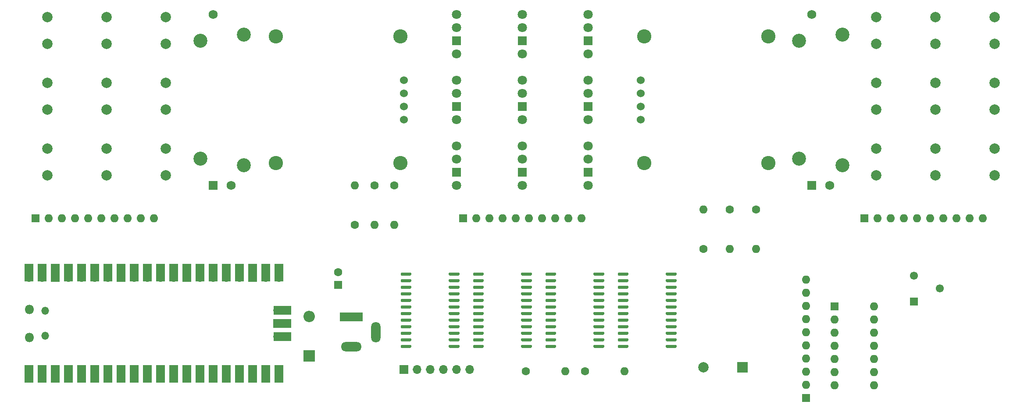
<source format=gbr>
%TF.GenerationSoftware,KiCad,Pcbnew,(5.1.10)-1*%
%TF.CreationDate,2021-07-09T12:12:20-04:00*%
%TF.ProjectId,RICM_pico,5249434d-5f70-4696-936f-2e6b69636164,rev?*%
%TF.SameCoordinates,Original*%
%TF.FileFunction,Soldermask,Top*%
%TF.FilePolarity,Negative*%
%FSLAX46Y46*%
G04 Gerber Fmt 4.6, Leading zero omitted, Abs format (unit mm)*
G04 Created by KiCad (PCBNEW (5.1.10)-1) date 2021-07-09 12:12:20*
%MOMM*%
%LPD*%
G01*
G04 APERTURE LIST*
%ADD10C,1.550000*%
%ADD11R,1.550000X1.550000*%
%ADD12C,1.600000*%
%ADD13R,1.600000X1.600000*%
%ADD14O,1.600000X1.600000*%
%ADD15R,2.000000X2.000000*%
%ADD16C,2.000000*%
%ADD17C,1.524000*%
%ADD18C,2.750000*%
%ADD19R,1.800000X1.800000*%
%ADD20C,1.800000*%
%ADD21R,1.700000X1.700000*%
%ADD22O,1.700000X1.700000*%
%ADD23R,1.700000X3.500000*%
%ADD24O,1.800000X1.800000*%
%ADD25O,1.500000X1.500000*%
%ADD26R,3.500000X1.700000*%
%ADD27R,1.750000X1.750000*%
%ADD28C,1.750000*%
%ADD29C,2.700000*%
%ADD30O,1.800000X4.000000*%
%ADD31O,4.000000X1.800000*%
%ADD32R,4.400000X1.800000*%
%ADD33R,2.200000X2.200000*%
%ADD34O,2.200000X2.200000*%
G04 APERTURE END LIST*
D10*
%TO.C,RV3*%
X235046000Y-110438000D03*
D11*
X230046000Y-112938000D03*
D10*
X230046000Y-107938000D03*
%TD*%
D12*
%TO.C,C1*%
X118886000Y-107263000D03*
D13*
X118886000Y-109763000D03*
%TD*%
D12*
%TO.C,R8*%
X122096000Y-98168000D03*
D14*
X122096000Y-90548000D03*
%TD*%
D13*
%TO.C,RN4*%
X143016000Y-96858000D03*
D14*
X145556000Y-96858000D03*
X148096000Y-96858000D03*
X150636000Y-96858000D03*
X153176000Y-96858000D03*
X155716000Y-96858000D03*
X158256000Y-96858000D03*
X160796000Y-96858000D03*
X163336000Y-96858000D03*
X165876000Y-96858000D03*
%TD*%
%TO.C,U5*%
G36*
G01*
X170281000Y-121473000D02*
X170281000Y-121773000D01*
G75*
G02*
X170131000Y-121923000I-150000J0D01*
G01*
X168381000Y-121923000D01*
G75*
G02*
X168231000Y-121773000I0J150000D01*
G01*
X168231000Y-121473000D01*
G75*
G02*
X168381000Y-121323000I150000J0D01*
G01*
X170131000Y-121323000D01*
G75*
G02*
X170281000Y-121473000I0J-150000D01*
G01*
G37*
G36*
G01*
X170281000Y-120203000D02*
X170281000Y-120503000D01*
G75*
G02*
X170131000Y-120653000I-150000J0D01*
G01*
X168381000Y-120653000D01*
G75*
G02*
X168231000Y-120503000I0J150000D01*
G01*
X168231000Y-120203000D01*
G75*
G02*
X168381000Y-120053000I150000J0D01*
G01*
X170131000Y-120053000D01*
G75*
G02*
X170281000Y-120203000I0J-150000D01*
G01*
G37*
G36*
G01*
X170281000Y-118933000D02*
X170281000Y-119233000D01*
G75*
G02*
X170131000Y-119383000I-150000J0D01*
G01*
X168381000Y-119383000D01*
G75*
G02*
X168231000Y-119233000I0J150000D01*
G01*
X168231000Y-118933000D01*
G75*
G02*
X168381000Y-118783000I150000J0D01*
G01*
X170131000Y-118783000D01*
G75*
G02*
X170281000Y-118933000I0J-150000D01*
G01*
G37*
G36*
G01*
X170281000Y-117663000D02*
X170281000Y-117963000D01*
G75*
G02*
X170131000Y-118113000I-150000J0D01*
G01*
X168381000Y-118113000D01*
G75*
G02*
X168231000Y-117963000I0J150000D01*
G01*
X168231000Y-117663000D01*
G75*
G02*
X168381000Y-117513000I150000J0D01*
G01*
X170131000Y-117513000D01*
G75*
G02*
X170281000Y-117663000I0J-150000D01*
G01*
G37*
G36*
G01*
X170281000Y-116393000D02*
X170281000Y-116693000D01*
G75*
G02*
X170131000Y-116843000I-150000J0D01*
G01*
X168381000Y-116843000D01*
G75*
G02*
X168231000Y-116693000I0J150000D01*
G01*
X168231000Y-116393000D01*
G75*
G02*
X168381000Y-116243000I150000J0D01*
G01*
X170131000Y-116243000D01*
G75*
G02*
X170281000Y-116393000I0J-150000D01*
G01*
G37*
G36*
G01*
X170281000Y-115123000D02*
X170281000Y-115423000D01*
G75*
G02*
X170131000Y-115573000I-150000J0D01*
G01*
X168381000Y-115573000D01*
G75*
G02*
X168231000Y-115423000I0J150000D01*
G01*
X168231000Y-115123000D01*
G75*
G02*
X168381000Y-114973000I150000J0D01*
G01*
X170131000Y-114973000D01*
G75*
G02*
X170281000Y-115123000I0J-150000D01*
G01*
G37*
G36*
G01*
X170281000Y-113853000D02*
X170281000Y-114153000D01*
G75*
G02*
X170131000Y-114303000I-150000J0D01*
G01*
X168381000Y-114303000D01*
G75*
G02*
X168231000Y-114153000I0J150000D01*
G01*
X168231000Y-113853000D01*
G75*
G02*
X168381000Y-113703000I150000J0D01*
G01*
X170131000Y-113703000D01*
G75*
G02*
X170281000Y-113853000I0J-150000D01*
G01*
G37*
G36*
G01*
X170281000Y-112583000D02*
X170281000Y-112883000D01*
G75*
G02*
X170131000Y-113033000I-150000J0D01*
G01*
X168381000Y-113033000D01*
G75*
G02*
X168231000Y-112883000I0J150000D01*
G01*
X168231000Y-112583000D01*
G75*
G02*
X168381000Y-112433000I150000J0D01*
G01*
X170131000Y-112433000D01*
G75*
G02*
X170281000Y-112583000I0J-150000D01*
G01*
G37*
G36*
G01*
X170281000Y-111313000D02*
X170281000Y-111613000D01*
G75*
G02*
X170131000Y-111763000I-150000J0D01*
G01*
X168381000Y-111763000D01*
G75*
G02*
X168231000Y-111613000I0J150000D01*
G01*
X168231000Y-111313000D01*
G75*
G02*
X168381000Y-111163000I150000J0D01*
G01*
X170131000Y-111163000D01*
G75*
G02*
X170281000Y-111313000I0J-150000D01*
G01*
G37*
G36*
G01*
X170281000Y-110043000D02*
X170281000Y-110343000D01*
G75*
G02*
X170131000Y-110493000I-150000J0D01*
G01*
X168381000Y-110493000D01*
G75*
G02*
X168231000Y-110343000I0J150000D01*
G01*
X168231000Y-110043000D01*
G75*
G02*
X168381000Y-109893000I150000J0D01*
G01*
X170131000Y-109893000D01*
G75*
G02*
X170281000Y-110043000I0J-150000D01*
G01*
G37*
G36*
G01*
X170281000Y-108773000D02*
X170281000Y-109073000D01*
G75*
G02*
X170131000Y-109223000I-150000J0D01*
G01*
X168381000Y-109223000D01*
G75*
G02*
X168231000Y-109073000I0J150000D01*
G01*
X168231000Y-108773000D01*
G75*
G02*
X168381000Y-108623000I150000J0D01*
G01*
X170131000Y-108623000D01*
G75*
G02*
X170281000Y-108773000I0J-150000D01*
G01*
G37*
G36*
G01*
X170281000Y-107503000D02*
X170281000Y-107803000D01*
G75*
G02*
X170131000Y-107953000I-150000J0D01*
G01*
X168381000Y-107953000D01*
G75*
G02*
X168231000Y-107803000I0J150000D01*
G01*
X168231000Y-107503000D01*
G75*
G02*
X168381000Y-107353000I150000J0D01*
G01*
X170131000Y-107353000D01*
G75*
G02*
X170281000Y-107503000I0J-150000D01*
G01*
G37*
G36*
G01*
X160981000Y-107503000D02*
X160981000Y-107803000D01*
G75*
G02*
X160831000Y-107953000I-150000J0D01*
G01*
X159081000Y-107953000D01*
G75*
G02*
X158931000Y-107803000I0J150000D01*
G01*
X158931000Y-107503000D01*
G75*
G02*
X159081000Y-107353000I150000J0D01*
G01*
X160831000Y-107353000D01*
G75*
G02*
X160981000Y-107503000I0J-150000D01*
G01*
G37*
G36*
G01*
X160981000Y-108773000D02*
X160981000Y-109073000D01*
G75*
G02*
X160831000Y-109223000I-150000J0D01*
G01*
X159081000Y-109223000D01*
G75*
G02*
X158931000Y-109073000I0J150000D01*
G01*
X158931000Y-108773000D01*
G75*
G02*
X159081000Y-108623000I150000J0D01*
G01*
X160831000Y-108623000D01*
G75*
G02*
X160981000Y-108773000I0J-150000D01*
G01*
G37*
G36*
G01*
X160981000Y-110043000D02*
X160981000Y-110343000D01*
G75*
G02*
X160831000Y-110493000I-150000J0D01*
G01*
X159081000Y-110493000D01*
G75*
G02*
X158931000Y-110343000I0J150000D01*
G01*
X158931000Y-110043000D01*
G75*
G02*
X159081000Y-109893000I150000J0D01*
G01*
X160831000Y-109893000D01*
G75*
G02*
X160981000Y-110043000I0J-150000D01*
G01*
G37*
G36*
G01*
X160981000Y-111313000D02*
X160981000Y-111613000D01*
G75*
G02*
X160831000Y-111763000I-150000J0D01*
G01*
X159081000Y-111763000D01*
G75*
G02*
X158931000Y-111613000I0J150000D01*
G01*
X158931000Y-111313000D01*
G75*
G02*
X159081000Y-111163000I150000J0D01*
G01*
X160831000Y-111163000D01*
G75*
G02*
X160981000Y-111313000I0J-150000D01*
G01*
G37*
G36*
G01*
X160981000Y-112583000D02*
X160981000Y-112883000D01*
G75*
G02*
X160831000Y-113033000I-150000J0D01*
G01*
X159081000Y-113033000D01*
G75*
G02*
X158931000Y-112883000I0J150000D01*
G01*
X158931000Y-112583000D01*
G75*
G02*
X159081000Y-112433000I150000J0D01*
G01*
X160831000Y-112433000D01*
G75*
G02*
X160981000Y-112583000I0J-150000D01*
G01*
G37*
G36*
G01*
X160981000Y-113853000D02*
X160981000Y-114153000D01*
G75*
G02*
X160831000Y-114303000I-150000J0D01*
G01*
X159081000Y-114303000D01*
G75*
G02*
X158931000Y-114153000I0J150000D01*
G01*
X158931000Y-113853000D01*
G75*
G02*
X159081000Y-113703000I150000J0D01*
G01*
X160831000Y-113703000D01*
G75*
G02*
X160981000Y-113853000I0J-150000D01*
G01*
G37*
G36*
G01*
X160981000Y-115123000D02*
X160981000Y-115423000D01*
G75*
G02*
X160831000Y-115573000I-150000J0D01*
G01*
X159081000Y-115573000D01*
G75*
G02*
X158931000Y-115423000I0J150000D01*
G01*
X158931000Y-115123000D01*
G75*
G02*
X159081000Y-114973000I150000J0D01*
G01*
X160831000Y-114973000D01*
G75*
G02*
X160981000Y-115123000I0J-150000D01*
G01*
G37*
G36*
G01*
X160981000Y-116393000D02*
X160981000Y-116693000D01*
G75*
G02*
X160831000Y-116843000I-150000J0D01*
G01*
X159081000Y-116843000D01*
G75*
G02*
X158931000Y-116693000I0J150000D01*
G01*
X158931000Y-116393000D01*
G75*
G02*
X159081000Y-116243000I150000J0D01*
G01*
X160831000Y-116243000D01*
G75*
G02*
X160981000Y-116393000I0J-150000D01*
G01*
G37*
G36*
G01*
X160981000Y-117663000D02*
X160981000Y-117963000D01*
G75*
G02*
X160831000Y-118113000I-150000J0D01*
G01*
X159081000Y-118113000D01*
G75*
G02*
X158931000Y-117963000I0J150000D01*
G01*
X158931000Y-117663000D01*
G75*
G02*
X159081000Y-117513000I150000J0D01*
G01*
X160831000Y-117513000D01*
G75*
G02*
X160981000Y-117663000I0J-150000D01*
G01*
G37*
G36*
G01*
X160981000Y-118933000D02*
X160981000Y-119233000D01*
G75*
G02*
X160831000Y-119383000I-150000J0D01*
G01*
X159081000Y-119383000D01*
G75*
G02*
X158931000Y-119233000I0J150000D01*
G01*
X158931000Y-118933000D01*
G75*
G02*
X159081000Y-118783000I150000J0D01*
G01*
X160831000Y-118783000D01*
G75*
G02*
X160981000Y-118933000I0J-150000D01*
G01*
G37*
G36*
G01*
X160981000Y-120203000D02*
X160981000Y-120503000D01*
G75*
G02*
X160831000Y-120653000I-150000J0D01*
G01*
X159081000Y-120653000D01*
G75*
G02*
X158931000Y-120503000I0J150000D01*
G01*
X158931000Y-120203000D01*
G75*
G02*
X159081000Y-120053000I150000J0D01*
G01*
X160831000Y-120053000D01*
G75*
G02*
X160981000Y-120203000I0J-150000D01*
G01*
G37*
G36*
G01*
X160981000Y-121473000D02*
X160981000Y-121773000D01*
G75*
G02*
X160831000Y-121923000I-150000J0D01*
G01*
X159081000Y-121923000D01*
G75*
G02*
X158931000Y-121773000I0J150000D01*
G01*
X158931000Y-121473000D01*
G75*
G02*
X159081000Y-121323000I150000J0D01*
G01*
X160831000Y-121323000D01*
G75*
G02*
X160981000Y-121473000I0J-150000D01*
G01*
G37*
%TD*%
%TO.C,U4*%
G36*
G01*
X156311000Y-121473000D02*
X156311000Y-121773000D01*
G75*
G02*
X156161000Y-121923000I-150000J0D01*
G01*
X154411000Y-121923000D01*
G75*
G02*
X154261000Y-121773000I0J150000D01*
G01*
X154261000Y-121473000D01*
G75*
G02*
X154411000Y-121323000I150000J0D01*
G01*
X156161000Y-121323000D01*
G75*
G02*
X156311000Y-121473000I0J-150000D01*
G01*
G37*
G36*
G01*
X156311000Y-120203000D02*
X156311000Y-120503000D01*
G75*
G02*
X156161000Y-120653000I-150000J0D01*
G01*
X154411000Y-120653000D01*
G75*
G02*
X154261000Y-120503000I0J150000D01*
G01*
X154261000Y-120203000D01*
G75*
G02*
X154411000Y-120053000I150000J0D01*
G01*
X156161000Y-120053000D01*
G75*
G02*
X156311000Y-120203000I0J-150000D01*
G01*
G37*
G36*
G01*
X156311000Y-118933000D02*
X156311000Y-119233000D01*
G75*
G02*
X156161000Y-119383000I-150000J0D01*
G01*
X154411000Y-119383000D01*
G75*
G02*
X154261000Y-119233000I0J150000D01*
G01*
X154261000Y-118933000D01*
G75*
G02*
X154411000Y-118783000I150000J0D01*
G01*
X156161000Y-118783000D01*
G75*
G02*
X156311000Y-118933000I0J-150000D01*
G01*
G37*
G36*
G01*
X156311000Y-117663000D02*
X156311000Y-117963000D01*
G75*
G02*
X156161000Y-118113000I-150000J0D01*
G01*
X154411000Y-118113000D01*
G75*
G02*
X154261000Y-117963000I0J150000D01*
G01*
X154261000Y-117663000D01*
G75*
G02*
X154411000Y-117513000I150000J0D01*
G01*
X156161000Y-117513000D01*
G75*
G02*
X156311000Y-117663000I0J-150000D01*
G01*
G37*
G36*
G01*
X156311000Y-116393000D02*
X156311000Y-116693000D01*
G75*
G02*
X156161000Y-116843000I-150000J0D01*
G01*
X154411000Y-116843000D01*
G75*
G02*
X154261000Y-116693000I0J150000D01*
G01*
X154261000Y-116393000D01*
G75*
G02*
X154411000Y-116243000I150000J0D01*
G01*
X156161000Y-116243000D01*
G75*
G02*
X156311000Y-116393000I0J-150000D01*
G01*
G37*
G36*
G01*
X156311000Y-115123000D02*
X156311000Y-115423000D01*
G75*
G02*
X156161000Y-115573000I-150000J0D01*
G01*
X154411000Y-115573000D01*
G75*
G02*
X154261000Y-115423000I0J150000D01*
G01*
X154261000Y-115123000D01*
G75*
G02*
X154411000Y-114973000I150000J0D01*
G01*
X156161000Y-114973000D01*
G75*
G02*
X156311000Y-115123000I0J-150000D01*
G01*
G37*
G36*
G01*
X156311000Y-113853000D02*
X156311000Y-114153000D01*
G75*
G02*
X156161000Y-114303000I-150000J0D01*
G01*
X154411000Y-114303000D01*
G75*
G02*
X154261000Y-114153000I0J150000D01*
G01*
X154261000Y-113853000D01*
G75*
G02*
X154411000Y-113703000I150000J0D01*
G01*
X156161000Y-113703000D01*
G75*
G02*
X156311000Y-113853000I0J-150000D01*
G01*
G37*
G36*
G01*
X156311000Y-112583000D02*
X156311000Y-112883000D01*
G75*
G02*
X156161000Y-113033000I-150000J0D01*
G01*
X154411000Y-113033000D01*
G75*
G02*
X154261000Y-112883000I0J150000D01*
G01*
X154261000Y-112583000D01*
G75*
G02*
X154411000Y-112433000I150000J0D01*
G01*
X156161000Y-112433000D01*
G75*
G02*
X156311000Y-112583000I0J-150000D01*
G01*
G37*
G36*
G01*
X156311000Y-111313000D02*
X156311000Y-111613000D01*
G75*
G02*
X156161000Y-111763000I-150000J0D01*
G01*
X154411000Y-111763000D01*
G75*
G02*
X154261000Y-111613000I0J150000D01*
G01*
X154261000Y-111313000D01*
G75*
G02*
X154411000Y-111163000I150000J0D01*
G01*
X156161000Y-111163000D01*
G75*
G02*
X156311000Y-111313000I0J-150000D01*
G01*
G37*
G36*
G01*
X156311000Y-110043000D02*
X156311000Y-110343000D01*
G75*
G02*
X156161000Y-110493000I-150000J0D01*
G01*
X154411000Y-110493000D01*
G75*
G02*
X154261000Y-110343000I0J150000D01*
G01*
X154261000Y-110043000D01*
G75*
G02*
X154411000Y-109893000I150000J0D01*
G01*
X156161000Y-109893000D01*
G75*
G02*
X156311000Y-110043000I0J-150000D01*
G01*
G37*
G36*
G01*
X156311000Y-108773000D02*
X156311000Y-109073000D01*
G75*
G02*
X156161000Y-109223000I-150000J0D01*
G01*
X154411000Y-109223000D01*
G75*
G02*
X154261000Y-109073000I0J150000D01*
G01*
X154261000Y-108773000D01*
G75*
G02*
X154411000Y-108623000I150000J0D01*
G01*
X156161000Y-108623000D01*
G75*
G02*
X156311000Y-108773000I0J-150000D01*
G01*
G37*
G36*
G01*
X156311000Y-107503000D02*
X156311000Y-107803000D01*
G75*
G02*
X156161000Y-107953000I-150000J0D01*
G01*
X154411000Y-107953000D01*
G75*
G02*
X154261000Y-107803000I0J150000D01*
G01*
X154261000Y-107503000D01*
G75*
G02*
X154411000Y-107353000I150000J0D01*
G01*
X156161000Y-107353000D01*
G75*
G02*
X156311000Y-107503000I0J-150000D01*
G01*
G37*
G36*
G01*
X147011000Y-107503000D02*
X147011000Y-107803000D01*
G75*
G02*
X146861000Y-107953000I-150000J0D01*
G01*
X145111000Y-107953000D01*
G75*
G02*
X144961000Y-107803000I0J150000D01*
G01*
X144961000Y-107503000D01*
G75*
G02*
X145111000Y-107353000I150000J0D01*
G01*
X146861000Y-107353000D01*
G75*
G02*
X147011000Y-107503000I0J-150000D01*
G01*
G37*
G36*
G01*
X147011000Y-108773000D02*
X147011000Y-109073000D01*
G75*
G02*
X146861000Y-109223000I-150000J0D01*
G01*
X145111000Y-109223000D01*
G75*
G02*
X144961000Y-109073000I0J150000D01*
G01*
X144961000Y-108773000D01*
G75*
G02*
X145111000Y-108623000I150000J0D01*
G01*
X146861000Y-108623000D01*
G75*
G02*
X147011000Y-108773000I0J-150000D01*
G01*
G37*
G36*
G01*
X147011000Y-110043000D02*
X147011000Y-110343000D01*
G75*
G02*
X146861000Y-110493000I-150000J0D01*
G01*
X145111000Y-110493000D01*
G75*
G02*
X144961000Y-110343000I0J150000D01*
G01*
X144961000Y-110043000D01*
G75*
G02*
X145111000Y-109893000I150000J0D01*
G01*
X146861000Y-109893000D01*
G75*
G02*
X147011000Y-110043000I0J-150000D01*
G01*
G37*
G36*
G01*
X147011000Y-111313000D02*
X147011000Y-111613000D01*
G75*
G02*
X146861000Y-111763000I-150000J0D01*
G01*
X145111000Y-111763000D01*
G75*
G02*
X144961000Y-111613000I0J150000D01*
G01*
X144961000Y-111313000D01*
G75*
G02*
X145111000Y-111163000I150000J0D01*
G01*
X146861000Y-111163000D01*
G75*
G02*
X147011000Y-111313000I0J-150000D01*
G01*
G37*
G36*
G01*
X147011000Y-112583000D02*
X147011000Y-112883000D01*
G75*
G02*
X146861000Y-113033000I-150000J0D01*
G01*
X145111000Y-113033000D01*
G75*
G02*
X144961000Y-112883000I0J150000D01*
G01*
X144961000Y-112583000D01*
G75*
G02*
X145111000Y-112433000I150000J0D01*
G01*
X146861000Y-112433000D01*
G75*
G02*
X147011000Y-112583000I0J-150000D01*
G01*
G37*
G36*
G01*
X147011000Y-113853000D02*
X147011000Y-114153000D01*
G75*
G02*
X146861000Y-114303000I-150000J0D01*
G01*
X145111000Y-114303000D01*
G75*
G02*
X144961000Y-114153000I0J150000D01*
G01*
X144961000Y-113853000D01*
G75*
G02*
X145111000Y-113703000I150000J0D01*
G01*
X146861000Y-113703000D01*
G75*
G02*
X147011000Y-113853000I0J-150000D01*
G01*
G37*
G36*
G01*
X147011000Y-115123000D02*
X147011000Y-115423000D01*
G75*
G02*
X146861000Y-115573000I-150000J0D01*
G01*
X145111000Y-115573000D01*
G75*
G02*
X144961000Y-115423000I0J150000D01*
G01*
X144961000Y-115123000D01*
G75*
G02*
X145111000Y-114973000I150000J0D01*
G01*
X146861000Y-114973000D01*
G75*
G02*
X147011000Y-115123000I0J-150000D01*
G01*
G37*
G36*
G01*
X147011000Y-116393000D02*
X147011000Y-116693000D01*
G75*
G02*
X146861000Y-116843000I-150000J0D01*
G01*
X145111000Y-116843000D01*
G75*
G02*
X144961000Y-116693000I0J150000D01*
G01*
X144961000Y-116393000D01*
G75*
G02*
X145111000Y-116243000I150000J0D01*
G01*
X146861000Y-116243000D01*
G75*
G02*
X147011000Y-116393000I0J-150000D01*
G01*
G37*
G36*
G01*
X147011000Y-117663000D02*
X147011000Y-117963000D01*
G75*
G02*
X146861000Y-118113000I-150000J0D01*
G01*
X145111000Y-118113000D01*
G75*
G02*
X144961000Y-117963000I0J150000D01*
G01*
X144961000Y-117663000D01*
G75*
G02*
X145111000Y-117513000I150000J0D01*
G01*
X146861000Y-117513000D01*
G75*
G02*
X147011000Y-117663000I0J-150000D01*
G01*
G37*
G36*
G01*
X147011000Y-118933000D02*
X147011000Y-119233000D01*
G75*
G02*
X146861000Y-119383000I-150000J0D01*
G01*
X145111000Y-119383000D01*
G75*
G02*
X144961000Y-119233000I0J150000D01*
G01*
X144961000Y-118933000D01*
G75*
G02*
X145111000Y-118783000I150000J0D01*
G01*
X146861000Y-118783000D01*
G75*
G02*
X147011000Y-118933000I0J-150000D01*
G01*
G37*
G36*
G01*
X147011000Y-120203000D02*
X147011000Y-120503000D01*
G75*
G02*
X146861000Y-120653000I-150000J0D01*
G01*
X145111000Y-120653000D01*
G75*
G02*
X144961000Y-120503000I0J150000D01*
G01*
X144961000Y-120203000D01*
G75*
G02*
X145111000Y-120053000I150000J0D01*
G01*
X146861000Y-120053000D01*
G75*
G02*
X147011000Y-120203000I0J-150000D01*
G01*
G37*
G36*
G01*
X147011000Y-121473000D02*
X147011000Y-121773000D01*
G75*
G02*
X146861000Y-121923000I-150000J0D01*
G01*
X145111000Y-121923000D01*
G75*
G02*
X144961000Y-121773000I0J150000D01*
G01*
X144961000Y-121473000D01*
G75*
G02*
X145111000Y-121323000I150000J0D01*
G01*
X146861000Y-121323000D01*
G75*
G02*
X147011000Y-121473000I0J-150000D01*
G01*
G37*
%TD*%
D15*
%TO.C,LS1*%
X197006000Y-125638000D03*
D16*
X189406000Y-125638000D03*
%TD*%
D17*
%TO.C,DS2*%
X177306000Y-77808000D03*
X177306000Y-75268000D03*
X177306000Y-72728000D03*
X177306000Y-70188000D03*
D18*
X177976000Y-61748000D03*
X177976000Y-86248000D03*
X201976000Y-86248000D03*
X201976000Y-61748000D03*
%TD*%
D17*
%TO.C,DS1*%
X131586000Y-70188000D03*
X131586000Y-72728000D03*
X131586000Y-75268000D03*
X131586000Y-77808000D03*
D18*
X130916000Y-86248000D03*
X130916000Y-61748000D03*
X106916000Y-61748000D03*
X106916000Y-86248000D03*
%TD*%
D12*
%TO.C,R7*%
X189406000Y-102778000D03*
D14*
X189406000Y-95158000D03*
%TD*%
D12*
%TO.C,R6*%
X199566000Y-95158000D03*
D14*
X199566000Y-102778000D03*
%TD*%
D12*
%TO.C,R5*%
X194486000Y-95158000D03*
D14*
X194486000Y-102778000D03*
%TD*%
D12*
%TO.C,R4*%
X125906000Y-90548000D03*
D14*
X125906000Y-98168000D03*
%TD*%
D12*
%TO.C,R3*%
X129716000Y-90548000D03*
D14*
X129716000Y-98168000D03*
%TD*%
D19*
%TO.C,D10*%
X167146000Y-62568000D03*
D20*
X167146000Y-60028000D03*
X167146000Y-57488000D03*
X167146000Y-65108000D03*
%TD*%
D19*
%TO.C,D9*%
X167146000Y-75268000D03*
D20*
X167146000Y-72728000D03*
X167146000Y-70188000D03*
X167146000Y-77808000D03*
%TD*%
D19*
%TO.C,D8*%
X167146000Y-87968000D03*
D20*
X167146000Y-85428000D03*
X167146000Y-82888000D03*
X167146000Y-90508000D03*
%TD*%
D19*
%TO.C,D7*%
X154446000Y-62568000D03*
D20*
X154446000Y-60028000D03*
X154446000Y-57488000D03*
X154446000Y-65108000D03*
%TD*%
D19*
%TO.C,D6*%
X154446000Y-75268000D03*
D20*
X154446000Y-72728000D03*
X154446000Y-70188000D03*
X154446000Y-77808000D03*
%TD*%
D19*
%TO.C,D5*%
X154446000Y-87968000D03*
D20*
X154446000Y-85428000D03*
X154446000Y-82888000D03*
X154446000Y-90508000D03*
%TD*%
D19*
%TO.C,D4*%
X141746000Y-62568000D03*
D20*
X141746000Y-60028000D03*
X141746000Y-57488000D03*
X141746000Y-65108000D03*
%TD*%
D19*
%TO.C,D3*%
X141746000Y-75268000D03*
D20*
X141746000Y-72728000D03*
X141746000Y-70188000D03*
X141746000Y-77808000D03*
%TD*%
D19*
%TO.C,D2*%
X141746000Y-87968000D03*
D20*
X141746000Y-85428000D03*
X141746000Y-82888000D03*
X141746000Y-90508000D03*
%TD*%
D12*
%TO.C,R2*%
X166566000Y-126468000D03*
D14*
X174186000Y-126468000D03*
%TD*%
D21*
%TO.C,J2*%
X131586000Y-126068000D03*
D22*
X134126000Y-126068000D03*
X136666000Y-126068000D03*
X139206000Y-126068000D03*
X141746000Y-126068000D03*
X144286000Y-126068000D03*
%TD*%
%TO.C,U3*%
G36*
G01*
X142341000Y-121473000D02*
X142341000Y-121773000D01*
G75*
G02*
X142191000Y-121923000I-150000J0D01*
G01*
X140441000Y-121923000D01*
G75*
G02*
X140291000Y-121773000I0J150000D01*
G01*
X140291000Y-121473000D01*
G75*
G02*
X140441000Y-121323000I150000J0D01*
G01*
X142191000Y-121323000D01*
G75*
G02*
X142341000Y-121473000I0J-150000D01*
G01*
G37*
G36*
G01*
X142341000Y-120203000D02*
X142341000Y-120503000D01*
G75*
G02*
X142191000Y-120653000I-150000J0D01*
G01*
X140441000Y-120653000D01*
G75*
G02*
X140291000Y-120503000I0J150000D01*
G01*
X140291000Y-120203000D01*
G75*
G02*
X140441000Y-120053000I150000J0D01*
G01*
X142191000Y-120053000D01*
G75*
G02*
X142341000Y-120203000I0J-150000D01*
G01*
G37*
G36*
G01*
X142341000Y-118933000D02*
X142341000Y-119233000D01*
G75*
G02*
X142191000Y-119383000I-150000J0D01*
G01*
X140441000Y-119383000D01*
G75*
G02*
X140291000Y-119233000I0J150000D01*
G01*
X140291000Y-118933000D01*
G75*
G02*
X140441000Y-118783000I150000J0D01*
G01*
X142191000Y-118783000D01*
G75*
G02*
X142341000Y-118933000I0J-150000D01*
G01*
G37*
G36*
G01*
X142341000Y-117663000D02*
X142341000Y-117963000D01*
G75*
G02*
X142191000Y-118113000I-150000J0D01*
G01*
X140441000Y-118113000D01*
G75*
G02*
X140291000Y-117963000I0J150000D01*
G01*
X140291000Y-117663000D01*
G75*
G02*
X140441000Y-117513000I150000J0D01*
G01*
X142191000Y-117513000D01*
G75*
G02*
X142341000Y-117663000I0J-150000D01*
G01*
G37*
G36*
G01*
X142341000Y-116393000D02*
X142341000Y-116693000D01*
G75*
G02*
X142191000Y-116843000I-150000J0D01*
G01*
X140441000Y-116843000D01*
G75*
G02*
X140291000Y-116693000I0J150000D01*
G01*
X140291000Y-116393000D01*
G75*
G02*
X140441000Y-116243000I150000J0D01*
G01*
X142191000Y-116243000D01*
G75*
G02*
X142341000Y-116393000I0J-150000D01*
G01*
G37*
G36*
G01*
X142341000Y-115123000D02*
X142341000Y-115423000D01*
G75*
G02*
X142191000Y-115573000I-150000J0D01*
G01*
X140441000Y-115573000D01*
G75*
G02*
X140291000Y-115423000I0J150000D01*
G01*
X140291000Y-115123000D01*
G75*
G02*
X140441000Y-114973000I150000J0D01*
G01*
X142191000Y-114973000D01*
G75*
G02*
X142341000Y-115123000I0J-150000D01*
G01*
G37*
G36*
G01*
X142341000Y-113853000D02*
X142341000Y-114153000D01*
G75*
G02*
X142191000Y-114303000I-150000J0D01*
G01*
X140441000Y-114303000D01*
G75*
G02*
X140291000Y-114153000I0J150000D01*
G01*
X140291000Y-113853000D01*
G75*
G02*
X140441000Y-113703000I150000J0D01*
G01*
X142191000Y-113703000D01*
G75*
G02*
X142341000Y-113853000I0J-150000D01*
G01*
G37*
G36*
G01*
X142341000Y-112583000D02*
X142341000Y-112883000D01*
G75*
G02*
X142191000Y-113033000I-150000J0D01*
G01*
X140441000Y-113033000D01*
G75*
G02*
X140291000Y-112883000I0J150000D01*
G01*
X140291000Y-112583000D01*
G75*
G02*
X140441000Y-112433000I150000J0D01*
G01*
X142191000Y-112433000D01*
G75*
G02*
X142341000Y-112583000I0J-150000D01*
G01*
G37*
G36*
G01*
X142341000Y-111313000D02*
X142341000Y-111613000D01*
G75*
G02*
X142191000Y-111763000I-150000J0D01*
G01*
X140441000Y-111763000D01*
G75*
G02*
X140291000Y-111613000I0J150000D01*
G01*
X140291000Y-111313000D01*
G75*
G02*
X140441000Y-111163000I150000J0D01*
G01*
X142191000Y-111163000D01*
G75*
G02*
X142341000Y-111313000I0J-150000D01*
G01*
G37*
G36*
G01*
X142341000Y-110043000D02*
X142341000Y-110343000D01*
G75*
G02*
X142191000Y-110493000I-150000J0D01*
G01*
X140441000Y-110493000D01*
G75*
G02*
X140291000Y-110343000I0J150000D01*
G01*
X140291000Y-110043000D01*
G75*
G02*
X140441000Y-109893000I150000J0D01*
G01*
X142191000Y-109893000D01*
G75*
G02*
X142341000Y-110043000I0J-150000D01*
G01*
G37*
G36*
G01*
X142341000Y-108773000D02*
X142341000Y-109073000D01*
G75*
G02*
X142191000Y-109223000I-150000J0D01*
G01*
X140441000Y-109223000D01*
G75*
G02*
X140291000Y-109073000I0J150000D01*
G01*
X140291000Y-108773000D01*
G75*
G02*
X140441000Y-108623000I150000J0D01*
G01*
X142191000Y-108623000D01*
G75*
G02*
X142341000Y-108773000I0J-150000D01*
G01*
G37*
G36*
G01*
X142341000Y-107503000D02*
X142341000Y-107803000D01*
G75*
G02*
X142191000Y-107953000I-150000J0D01*
G01*
X140441000Y-107953000D01*
G75*
G02*
X140291000Y-107803000I0J150000D01*
G01*
X140291000Y-107503000D01*
G75*
G02*
X140441000Y-107353000I150000J0D01*
G01*
X142191000Y-107353000D01*
G75*
G02*
X142341000Y-107503000I0J-150000D01*
G01*
G37*
G36*
G01*
X133041000Y-107503000D02*
X133041000Y-107803000D01*
G75*
G02*
X132891000Y-107953000I-150000J0D01*
G01*
X131141000Y-107953000D01*
G75*
G02*
X130991000Y-107803000I0J150000D01*
G01*
X130991000Y-107503000D01*
G75*
G02*
X131141000Y-107353000I150000J0D01*
G01*
X132891000Y-107353000D01*
G75*
G02*
X133041000Y-107503000I0J-150000D01*
G01*
G37*
G36*
G01*
X133041000Y-108773000D02*
X133041000Y-109073000D01*
G75*
G02*
X132891000Y-109223000I-150000J0D01*
G01*
X131141000Y-109223000D01*
G75*
G02*
X130991000Y-109073000I0J150000D01*
G01*
X130991000Y-108773000D01*
G75*
G02*
X131141000Y-108623000I150000J0D01*
G01*
X132891000Y-108623000D01*
G75*
G02*
X133041000Y-108773000I0J-150000D01*
G01*
G37*
G36*
G01*
X133041000Y-110043000D02*
X133041000Y-110343000D01*
G75*
G02*
X132891000Y-110493000I-150000J0D01*
G01*
X131141000Y-110493000D01*
G75*
G02*
X130991000Y-110343000I0J150000D01*
G01*
X130991000Y-110043000D01*
G75*
G02*
X131141000Y-109893000I150000J0D01*
G01*
X132891000Y-109893000D01*
G75*
G02*
X133041000Y-110043000I0J-150000D01*
G01*
G37*
G36*
G01*
X133041000Y-111313000D02*
X133041000Y-111613000D01*
G75*
G02*
X132891000Y-111763000I-150000J0D01*
G01*
X131141000Y-111763000D01*
G75*
G02*
X130991000Y-111613000I0J150000D01*
G01*
X130991000Y-111313000D01*
G75*
G02*
X131141000Y-111163000I150000J0D01*
G01*
X132891000Y-111163000D01*
G75*
G02*
X133041000Y-111313000I0J-150000D01*
G01*
G37*
G36*
G01*
X133041000Y-112583000D02*
X133041000Y-112883000D01*
G75*
G02*
X132891000Y-113033000I-150000J0D01*
G01*
X131141000Y-113033000D01*
G75*
G02*
X130991000Y-112883000I0J150000D01*
G01*
X130991000Y-112583000D01*
G75*
G02*
X131141000Y-112433000I150000J0D01*
G01*
X132891000Y-112433000D01*
G75*
G02*
X133041000Y-112583000I0J-150000D01*
G01*
G37*
G36*
G01*
X133041000Y-113853000D02*
X133041000Y-114153000D01*
G75*
G02*
X132891000Y-114303000I-150000J0D01*
G01*
X131141000Y-114303000D01*
G75*
G02*
X130991000Y-114153000I0J150000D01*
G01*
X130991000Y-113853000D01*
G75*
G02*
X131141000Y-113703000I150000J0D01*
G01*
X132891000Y-113703000D01*
G75*
G02*
X133041000Y-113853000I0J-150000D01*
G01*
G37*
G36*
G01*
X133041000Y-115123000D02*
X133041000Y-115423000D01*
G75*
G02*
X132891000Y-115573000I-150000J0D01*
G01*
X131141000Y-115573000D01*
G75*
G02*
X130991000Y-115423000I0J150000D01*
G01*
X130991000Y-115123000D01*
G75*
G02*
X131141000Y-114973000I150000J0D01*
G01*
X132891000Y-114973000D01*
G75*
G02*
X133041000Y-115123000I0J-150000D01*
G01*
G37*
G36*
G01*
X133041000Y-116393000D02*
X133041000Y-116693000D01*
G75*
G02*
X132891000Y-116843000I-150000J0D01*
G01*
X131141000Y-116843000D01*
G75*
G02*
X130991000Y-116693000I0J150000D01*
G01*
X130991000Y-116393000D01*
G75*
G02*
X131141000Y-116243000I150000J0D01*
G01*
X132891000Y-116243000D01*
G75*
G02*
X133041000Y-116393000I0J-150000D01*
G01*
G37*
G36*
G01*
X133041000Y-117663000D02*
X133041000Y-117963000D01*
G75*
G02*
X132891000Y-118113000I-150000J0D01*
G01*
X131141000Y-118113000D01*
G75*
G02*
X130991000Y-117963000I0J150000D01*
G01*
X130991000Y-117663000D01*
G75*
G02*
X131141000Y-117513000I150000J0D01*
G01*
X132891000Y-117513000D01*
G75*
G02*
X133041000Y-117663000I0J-150000D01*
G01*
G37*
G36*
G01*
X133041000Y-118933000D02*
X133041000Y-119233000D01*
G75*
G02*
X132891000Y-119383000I-150000J0D01*
G01*
X131141000Y-119383000D01*
G75*
G02*
X130991000Y-119233000I0J150000D01*
G01*
X130991000Y-118933000D01*
G75*
G02*
X131141000Y-118783000I150000J0D01*
G01*
X132891000Y-118783000D01*
G75*
G02*
X133041000Y-118933000I0J-150000D01*
G01*
G37*
G36*
G01*
X133041000Y-120203000D02*
X133041000Y-120503000D01*
G75*
G02*
X132891000Y-120653000I-150000J0D01*
G01*
X131141000Y-120653000D01*
G75*
G02*
X130991000Y-120503000I0J150000D01*
G01*
X130991000Y-120203000D01*
G75*
G02*
X131141000Y-120053000I150000J0D01*
G01*
X132891000Y-120053000D01*
G75*
G02*
X133041000Y-120203000I0J-150000D01*
G01*
G37*
G36*
G01*
X133041000Y-121473000D02*
X133041000Y-121773000D01*
G75*
G02*
X132891000Y-121923000I-150000J0D01*
G01*
X131141000Y-121923000D01*
G75*
G02*
X130991000Y-121773000I0J150000D01*
G01*
X130991000Y-121473000D01*
G75*
G02*
X131141000Y-121323000I150000J0D01*
G01*
X132891000Y-121323000D01*
G75*
G02*
X133041000Y-121473000I0J-150000D01*
G01*
G37*
%TD*%
D13*
%TO.C,SW19*%
X214757000Y-113919000D03*
D14*
X222377000Y-129159000D03*
X214757000Y-116459000D03*
X222377000Y-126619000D03*
X214757000Y-118999000D03*
X222377000Y-124079000D03*
X214757000Y-121539000D03*
X222377000Y-121539000D03*
X214757000Y-124079000D03*
X222377000Y-118999000D03*
X214757000Y-126619000D03*
X222377000Y-116459000D03*
X214757000Y-129159000D03*
X222377000Y-113919000D03*
%TD*%
D16*
%TO.C,SW18*%
X85612000Y-63177600D03*
X85612000Y-58021400D03*
%TD*%
%TO.C,SW17*%
X85612000Y-75877600D03*
X85612000Y-70721400D03*
%TD*%
%TO.C,SW16*%
X85612000Y-88577600D03*
X85612000Y-83421400D03*
%TD*%
%TO.C,SW15*%
X74182000Y-63177600D03*
X74182000Y-58021400D03*
%TD*%
%TO.C,SW14*%
X74182000Y-75877600D03*
X74182000Y-70721400D03*
%TD*%
%TO.C,SW13*%
X74182000Y-88577600D03*
X74182000Y-83421400D03*
%TD*%
%TO.C,SW12*%
X62752000Y-63177600D03*
X62752000Y-58021400D03*
%TD*%
%TO.C,SW11*%
X62752000Y-75877600D03*
X62752000Y-70721400D03*
%TD*%
%TO.C,SW10*%
X62752000Y-88577600D03*
X62752000Y-83421400D03*
%TD*%
D13*
%TO.C,RN3*%
X209218000Y-131607000D03*
D14*
X209218000Y-129067000D03*
X209218000Y-126527000D03*
X209218000Y-123987000D03*
X209218000Y-121447000D03*
X209218000Y-118907000D03*
X209218000Y-116367000D03*
X209218000Y-113827000D03*
X209218000Y-111287000D03*
X209218000Y-108747000D03*
%TD*%
D13*
%TO.C,RN2*%
X60466000Y-96858000D03*
D14*
X63006000Y-96858000D03*
X65546000Y-96858000D03*
X68086000Y-96858000D03*
X70626000Y-96858000D03*
X73166000Y-96858000D03*
X75706000Y-96858000D03*
X78246000Y-96858000D03*
X80786000Y-96858000D03*
X83326000Y-96858000D03*
%TD*%
D12*
%TO.C,R1*%
X155136000Y-126468000D03*
D14*
X162756000Y-126468000D03*
%TD*%
%TO.C,U2*%
G36*
G01*
X184251000Y-121473000D02*
X184251000Y-121773000D01*
G75*
G02*
X184101000Y-121923000I-150000J0D01*
G01*
X182351000Y-121923000D01*
G75*
G02*
X182201000Y-121773000I0J150000D01*
G01*
X182201000Y-121473000D01*
G75*
G02*
X182351000Y-121323000I150000J0D01*
G01*
X184101000Y-121323000D01*
G75*
G02*
X184251000Y-121473000I0J-150000D01*
G01*
G37*
G36*
G01*
X184251000Y-120203000D02*
X184251000Y-120503000D01*
G75*
G02*
X184101000Y-120653000I-150000J0D01*
G01*
X182351000Y-120653000D01*
G75*
G02*
X182201000Y-120503000I0J150000D01*
G01*
X182201000Y-120203000D01*
G75*
G02*
X182351000Y-120053000I150000J0D01*
G01*
X184101000Y-120053000D01*
G75*
G02*
X184251000Y-120203000I0J-150000D01*
G01*
G37*
G36*
G01*
X184251000Y-118933000D02*
X184251000Y-119233000D01*
G75*
G02*
X184101000Y-119383000I-150000J0D01*
G01*
X182351000Y-119383000D01*
G75*
G02*
X182201000Y-119233000I0J150000D01*
G01*
X182201000Y-118933000D01*
G75*
G02*
X182351000Y-118783000I150000J0D01*
G01*
X184101000Y-118783000D01*
G75*
G02*
X184251000Y-118933000I0J-150000D01*
G01*
G37*
G36*
G01*
X184251000Y-117663000D02*
X184251000Y-117963000D01*
G75*
G02*
X184101000Y-118113000I-150000J0D01*
G01*
X182351000Y-118113000D01*
G75*
G02*
X182201000Y-117963000I0J150000D01*
G01*
X182201000Y-117663000D01*
G75*
G02*
X182351000Y-117513000I150000J0D01*
G01*
X184101000Y-117513000D01*
G75*
G02*
X184251000Y-117663000I0J-150000D01*
G01*
G37*
G36*
G01*
X184251000Y-116393000D02*
X184251000Y-116693000D01*
G75*
G02*
X184101000Y-116843000I-150000J0D01*
G01*
X182351000Y-116843000D01*
G75*
G02*
X182201000Y-116693000I0J150000D01*
G01*
X182201000Y-116393000D01*
G75*
G02*
X182351000Y-116243000I150000J0D01*
G01*
X184101000Y-116243000D01*
G75*
G02*
X184251000Y-116393000I0J-150000D01*
G01*
G37*
G36*
G01*
X184251000Y-115123000D02*
X184251000Y-115423000D01*
G75*
G02*
X184101000Y-115573000I-150000J0D01*
G01*
X182351000Y-115573000D01*
G75*
G02*
X182201000Y-115423000I0J150000D01*
G01*
X182201000Y-115123000D01*
G75*
G02*
X182351000Y-114973000I150000J0D01*
G01*
X184101000Y-114973000D01*
G75*
G02*
X184251000Y-115123000I0J-150000D01*
G01*
G37*
G36*
G01*
X184251000Y-113853000D02*
X184251000Y-114153000D01*
G75*
G02*
X184101000Y-114303000I-150000J0D01*
G01*
X182351000Y-114303000D01*
G75*
G02*
X182201000Y-114153000I0J150000D01*
G01*
X182201000Y-113853000D01*
G75*
G02*
X182351000Y-113703000I150000J0D01*
G01*
X184101000Y-113703000D01*
G75*
G02*
X184251000Y-113853000I0J-150000D01*
G01*
G37*
G36*
G01*
X184251000Y-112583000D02*
X184251000Y-112883000D01*
G75*
G02*
X184101000Y-113033000I-150000J0D01*
G01*
X182351000Y-113033000D01*
G75*
G02*
X182201000Y-112883000I0J150000D01*
G01*
X182201000Y-112583000D01*
G75*
G02*
X182351000Y-112433000I150000J0D01*
G01*
X184101000Y-112433000D01*
G75*
G02*
X184251000Y-112583000I0J-150000D01*
G01*
G37*
G36*
G01*
X184251000Y-111313000D02*
X184251000Y-111613000D01*
G75*
G02*
X184101000Y-111763000I-150000J0D01*
G01*
X182351000Y-111763000D01*
G75*
G02*
X182201000Y-111613000I0J150000D01*
G01*
X182201000Y-111313000D01*
G75*
G02*
X182351000Y-111163000I150000J0D01*
G01*
X184101000Y-111163000D01*
G75*
G02*
X184251000Y-111313000I0J-150000D01*
G01*
G37*
G36*
G01*
X184251000Y-110043000D02*
X184251000Y-110343000D01*
G75*
G02*
X184101000Y-110493000I-150000J0D01*
G01*
X182351000Y-110493000D01*
G75*
G02*
X182201000Y-110343000I0J150000D01*
G01*
X182201000Y-110043000D01*
G75*
G02*
X182351000Y-109893000I150000J0D01*
G01*
X184101000Y-109893000D01*
G75*
G02*
X184251000Y-110043000I0J-150000D01*
G01*
G37*
G36*
G01*
X184251000Y-108773000D02*
X184251000Y-109073000D01*
G75*
G02*
X184101000Y-109223000I-150000J0D01*
G01*
X182351000Y-109223000D01*
G75*
G02*
X182201000Y-109073000I0J150000D01*
G01*
X182201000Y-108773000D01*
G75*
G02*
X182351000Y-108623000I150000J0D01*
G01*
X184101000Y-108623000D01*
G75*
G02*
X184251000Y-108773000I0J-150000D01*
G01*
G37*
G36*
G01*
X184251000Y-107503000D02*
X184251000Y-107803000D01*
G75*
G02*
X184101000Y-107953000I-150000J0D01*
G01*
X182351000Y-107953000D01*
G75*
G02*
X182201000Y-107803000I0J150000D01*
G01*
X182201000Y-107503000D01*
G75*
G02*
X182351000Y-107353000I150000J0D01*
G01*
X184101000Y-107353000D01*
G75*
G02*
X184251000Y-107503000I0J-150000D01*
G01*
G37*
G36*
G01*
X174951000Y-107503000D02*
X174951000Y-107803000D01*
G75*
G02*
X174801000Y-107953000I-150000J0D01*
G01*
X173051000Y-107953000D01*
G75*
G02*
X172901000Y-107803000I0J150000D01*
G01*
X172901000Y-107503000D01*
G75*
G02*
X173051000Y-107353000I150000J0D01*
G01*
X174801000Y-107353000D01*
G75*
G02*
X174951000Y-107503000I0J-150000D01*
G01*
G37*
G36*
G01*
X174951000Y-108773000D02*
X174951000Y-109073000D01*
G75*
G02*
X174801000Y-109223000I-150000J0D01*
G01*
X173051000Y-109223000D01*
G75*
G02*
X172901000Y-109073000I0J150000D01*
G01*
X172901000Y-108773000D01*
G75*
G02*
X173051000Y-108623000I150000J0D01*
G01*
X174801000Y-108623000D01*
G75*
G02*
X174951000Y-108773000I0J-150000D01*
G01*
G37*
G36*
G01*
X174951000Y-110043000D02*
X174951000Y-110343000D01*
G75*
G02*
X174801000Y-110493000I-150000J0D01*
G01*
X173051000Y-110493000D01*
G75*
G02*
X172901000Y-110343000I0J150000D01*
G01*
X172901000Y-110043000D01*
G75*
G02*
X173051000Y-109893000I150000J0D01*
G01*
X174801000Y-109893000D01*
G75*
G02*
X174951000Y-110043000I0J-150000D01*
G01*
G37*
G36*
G01*
X174951000Y-111313000D02*
X174951000Y-111613000D01*
G75*
G02*
X174801000Y-111763000I-150000J0D01*
G01*
X173051000Y-111763000D01*
G75*
G02*
X172901000Y-111613000I0J150000D01*
G01*
X172901000Y-111313000D01*
G75*
G02*
X173051000Y-111163000I150000J0D01*
G01*
X174801000Y-111163000D01*
G75*
G02*
X174951000Y-111313000I0J-150000D01*
G01*
G37*
G36*
G01*
X174951000Y-112583000D02*
X174951000Y-112883000D01*
G75*
G02*
X174801000Y-113033000I-150000J0D01*
G01*
X173051000Y-113033000D01*
G75*
G02*
X172901000Y-112883000I0J150000D01*
G01*
X172901000Y-112583000D01*
G75*
G02*
X173051000Y-112433000I150000J0D01*
G01*
X174801000Y-112433000D01*
G75*
G02*
X174951000Y-112583000I0J-150000D01*
G01*
G37*
G36*
G01*
X174951000Y-113853000D02*
X174951000Y-114153000D01*
G75*
G02*
X174801000Y-114303000I-150000J0D01*
G01*
X173051000Y-114303000D01*
G75*
G02*
X172901000Y-114153000I0J150000D01*
G01*
X172901000Y-113853000D01*
G75*
G02*
X173051000Y-113703000I150000J0D01*
G01*
X174801000Y-113703000D01*
G75*
G02*
X174951000Y-113853000I0J-150000D01*
G01*
G37*
G36*
G01*
X174951000Y-115123000D02*
X174951000Y-115423000D01*
G75*
G02*
X174801000Y-115573000I-150000J0D01*
G01*
X173051000Y-115573000D01*
G75*
G02*
X172901000Y-115423000I0J150000D01*
G01*
X172901000Y-115123000D01*
G75*
G02*
X173051000Y-114973000I150000J0D01*
G01*
X174801000Y-114973000D01*
G75*
G02*
X174951000Y-115123000I0J-150000D01*
G01*
G37*
G36*
G01*
X174951000Y-116393000D02*
X174951000Y-116693000D01*
G75*
G02*
X174801000Y-116843000I-150000J0D01*
G01*
X173051000Y-116843000D01*
G75*
G02*
X172901000Y-116693000I0J150000D01*
G01*
X172901000Y-116393000D01*
G75*
G02*
X173051000Y-116243000I150000J0D01*
G01*
X174801000Y-116243000D01*
G75*
G02*
X174951000Y-116393000I0J-150000D01*
G01*
G37*
G36*
G01*
X174951000Y-117663000D02*
X174951000Y-117963000D01*
G75*
G02*
X174801000Y-118113000I-150000J0D01*
G01*
X173051000Y-118113000D01*
G75*
G02*
X172901000Y-117963000I0J150000D01*
G01*
X172901000Y-117663000D01*
G75*
G02*
X173051000Y-117513000I150000J0D01*
G01*
X174801000Y-117513000D01*
G75*
G02*
X174951000Y-117663000I0J-150000D01*
G01*
G37*
G36*
G01*
X174951000Y-118933000D02*
X174951000Y-119233000D01*
G75*
G02*
X174801000Y-119383000I-150000J0D01*
G01*
X173051000Y-119383000D01*
G75*
G02*
X172901000Y-119233000I0J150000D01*
G01*
X172901000Y-118933000D01*
G75*
G02*
X173051000Y-118783000I150000J0D01*
G01*
X174801000Y-118783000D01*
G75*
G02*
X174951000Y-118933000I0J-150000D01*
G01*
G37*
G36*
G01*
X174951000Y-120203000D02*
X174951000Y-120503000D01*
G75*
G02*
X174801000Y-120653000I-150000J0D01*
G01*
X173051000Y-120653000D01*
G75*
G02*
X172901000Y-120503000I0J150000D01*
G01*
X172901000Y-120203000D01*
G75*
G02*
X173051000Y-120053000I150000J0D01*
G01*
X174801000Y-120053000D01*
G75*
G02*
X174951000Y-120203000I0J-150000D01*
G01*
G37*
G36*
G01*
X174951000Y-121473000D02*
X174951000Y-121773000D01*
G75*
G02*
X174801000Y-121923000I-150000J0D01*
G01*
X173051000Y-121923000D01*
G75*
G02*
X172901000Y-121773000I0J150000D01*
G01*
X172901000Y-121473000D01*
G75*
G02*
X173051000Y-121323000I150000J0D01*
G01*
X174801000Y-121323000D01*
G75*
G02*
X174951000Y-121473000I0J-150000D01*
G01*
G37*
%TD*%
D22*
%TO.C,U1*%
X59196000Y-126068000D03*
X61736000Y-126068000D03*
D21*
X64276000Y-126068000D03*
D22*
X66816000Y-126068000D03*
X69356000Y-126068000D03*
X71896000Y-126068000D03*
X74436000Y-126068000D03*
D21*
X76976000Y-126068000D03*
D22*
X79516000Y-126068000D03*
X82056000Y-126068000D03*
X84596000Y-126068000D03*
X87136000Y-126068000D03*
D21*
X89676000Y-126068000D03*
D22*
X92216000Y-126068000D03*
X94756000Y-126068000D03*
X97296000Y-126068000D03*
X99836000Y-126068000D03*
D21*
X102376000Y-126068000D03*
D22*
X104916000Y-126068000D03*
X107456000Y-126068000D03*
X107456000Y-108288000D03*
X104916000Y-108288000D03*
D21*
X102376000Y-108288000D03*
D22*
X99836000Y-108288000D03*
X97296000Y-108288000D03*
X94756000Y-108288000D03*
X92216000Y-108288000D03*
D21*
X89676000Y-108288000D03*
D22*
X87136000Y-108288000D03*
X84596000Y-108288000D03*
X82056000Y-108288000D03*
X79516000Y-108288000D03*
D21*
X76976000Y-108288000D03*
D22*
X74436000Y-108288000D03*
X71896000Y-108288000D03*
X69356000Y-108288000D03*
X66816000Y-108288000D03*
D21*
X64276000Y-108288000D03*
D22*
X61736000Y-108288000D03*
X59196000Y-108288000D03*
D23*
X59196000Y-126968000D03*
X61736000Y-126968000D03*
X64276000Y-126968000D03*
X66816000Y-126968000D03*
X69356000Y-126968000D03*
X71896000Y-126968000D03*
X74436000Y-126968000D03*
X76976000Y-126968000D03*
X79516000Y-126968000D03*
X82056000Y-126968000D03*
X84596000Y-126968000D03*
X87136000Y-126968000D03*
X89676000Y-126968000D03*
X92216000Y-126968000D03*
X94756000Y-126968000D03*
X97296000Y-126968000D03*
X99836000Y-126968000D03*
X102376000Y-126968000D03*
X104916000Y-126968000D03*
X107456000Y-126968000D03*
X59196000Y-107388000D03*
X61736000Y-107388000D03*
X64276000Y-107388000D03*
X66816000Y-107388000D03*
X69356000Y-107388000D03*
X71896000Y-107388000D03*
X74436000Y-107388000D03*
X76976000Y-107388000D03*
X79516000Y-107388000D03*
X82056000Y-107388000D03*
X84596000Y-107388000D03*
X87136000Y-107388000D03*
X89676000Y-107388000D03*
X92216000Y-107388000D03*
X94756000Y-107388000D03*
X97296000Y-107388000D03*
X99836000Y-107388000D03*
X102376000Y-107388000D03*
X104916000Y-107388000D03*
X107456000Y-107388000D03*
D24*
X59326000Y-119903000D03*
X59326000Y-114453000D03*
D25*
X62356000Y-119603000D03*
X62356000Y-114753000D03*
D26*
X108126000Y-119718000D03*
D22*
X107226000Y-119718000D03*
D26*
X108126000Y-117178000D03*
D21*
X107226000Y-117178000D03*
D26*
X108126000Y-114638000D03*
D22*
X107226000Y-114638000D03*
%TD*%
D16*
%TO.C,SW9*%
X245632000Y-63177600D03*
X245632000Y-58021400D03*
%TD*%
%TO.C,SW8*%
X245632000Y-75877600D03*
X245632000Y-70721400D03*
%TD*%
%TO.C,SW7*%
X245632000Y-88577600D03*
X245632000Y-83421400D03*
%TD*%
%TO.C,SW6*%
X234202000Y-63177600D03*
X234202000Y-58021400D03*
%TD*%
%TO.C,SW5*%
X234202000Y-75877600D03*
X234202000Y-70721400D03*
%TD*%
%TO.C,SW4*%
X234202000Y-88577600D03*
X234202000Y-83421400D03*
%TD*%
%TO.C,SW3*%
X222772000Y-63177600D03*
X222772000Y-58021400D03*
%TD*%
%TO.C,SW2*%
X222772000Y-75877600D03*
X222772000Y-70721400D03*
%TD*%
%TO.C,SW1*%
X222772000Y-88577600D03*
X222772000Y-83421400D03*
%TD*%
D27*
%TO.C,RV2*%
X210326000Y-90508000D03*
D28*
X213826000Y-90508000D03*
X210326000Y-57508000D03*
D29*
X207876000Y-85408000D03*
X207876000Y-62608000D03*
X216276000Y-86608000D03*
X216276000Y-61408000D03*
%TD*%
D27*
%TO.C,RV1*%
X94756000Y-90508000D03*
D28*
X98256000Y-90508000D03*
X94756000Y-57508000D03*
D29*
X92306000Y-85408000D03*
X92306000Y-62608000D03*
X100706000Y-86608000D03*
X100706000Y-61408000D03*
%TD*%
D13*
%TO.C,RN1*%
X220486000Y-96858000D03*
D14*
X223026000Y-96858000D03*
X225566000Y-96858000D03*
X228106000Y-96858000D03*
X230646000Y-96858000D03*
X233186000Y-96858000D03*
X235726000Y-96858000D03*
X238266000Y-96858000D03*
X240806000Y-96858000D03*
X243346000Y-96858000D03*
%TD*%
D30*
%TO.C,J1*%
X126226000Y-118908000D03*
D31*
X121426000Y-121708000D03*
D32*
X121426000Y-115908000D03*
%TD*%
D33*
%TO.C,D1*%
X113333000Y-123479000D03*
D34*
X113333000Y-115859000D03*
%TD*%
M02*

</source>
